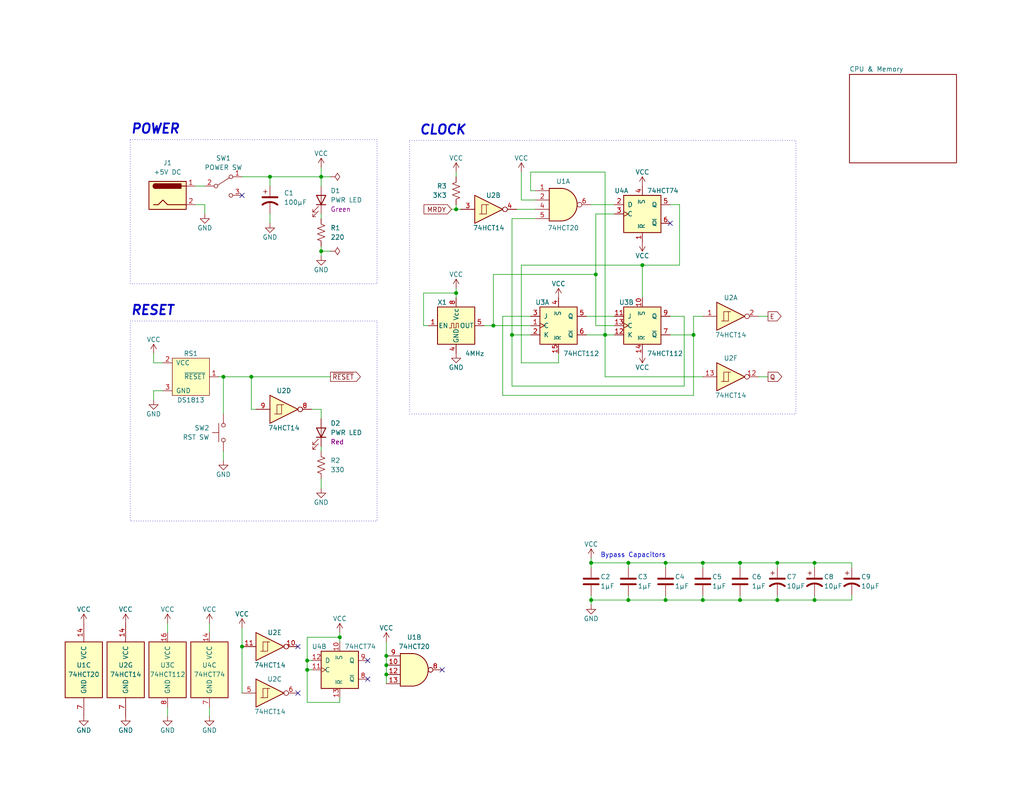
<source format=kicad_sch>
(kicad_sch (version 20230121) (generator eeschema)
  (paper "USLetter")
  (title_block (title "Power, Reset, Clock, and CPU NOP test circuit") (date "2024-01-03") (rev "1.0") (company "Frédéric Segard") (comment 1 "MicroHobbyist") (comment 2 "www.microhobbyist.com"))
  (lib_symbols
    (symbol "0_Library:DS1813" (pin_names (offset 1.016))
      (property "Reference" "RS" (at 0 2.54 0))
      (property "Value" "DS1813" (at 0 0 0))
      (symbol "DS1813_0_1"
        (rectangle (start 5.08 -1.27) (end -5.08 -11.43) (fill (type background)))
      )
      (symbol "DS1813_1_1"
        (pin output line (at 7.62 -6.35 180) (length 2.54) (name "~{RESET}") (number "1"))
        (pin input line (at -7.62 -2.54 0) (length 2.54) (name "VCC") (number "2"))
        (pin power_in line (at -7.62 -10.16 0) (length 2.54) (name "GND") (number "3"))
      )
    )
    (symbol "74xx:74HC74" (pin_names (offset 1.016))
      (property "Reference" "U" (at -7.62 8.89 0))
      (property "Value" "74HC74" (at -7.62 -8.89 0))
      (symbol "74HC74_1_0"
        (pin input line (at 0 -7.62 90) (length 2.54) (name "~{R}") (number "1"))
        (pin input line (at -7.62 2.54 0) (length 2.54) (name "D") (number "2"))
        (pin input clock (at -7.62 0 0) (length 2.54) (name "C") (number "3"))
        (pin input line (at 0 7.62 270) (length 2.54) (name "~{S}") (number "4"))
        (pin output line (at 7.62 2.54 180) (length 2.54) (name "Q") (number "5"))
        (pin output line (at 7.62 -2.54 180) (length 2.54) (name "~{Q}") (number "6"))
      )
      (symbol "74HC74_1_1"
        (rectangle (start -5.08 5.08) (end 5.08 -5.08) (stroke (width 0.254)) (fill (type background)))
      )
      (symbol "74HC74_2_0"
        (pin input line (at 0 7.62 270) (length 2.54) (name "~{S}") (number "10"))
        (pin input clock (at -7.62 0 0) (length 2.54) (name "C") (number "11"))
        (pin input line (at -7.62 2.54 0) (length 2.54) (name "D") (number "12"))
        (pin input line (at 0 -7.62 90) (length 2.54) (name "~{R}") (number "13"))
        (pin output line (at 7.62 -2.54 180) (length 2.54) (name "~{Q}") (number "8"))
        (pin output line (at 7.62 2.54 180) (length 2.54) (name "Q") (number "9"))
      )
      (symbol "74HC74_2_1"
        (rectangle (start -5.08 5.08) (end 5.08 -5.08) (stroke (width 0.254)) (fill (type background)))
      )
      (symbol "74HC74_3_0"
        (pin power_in line (at 0 10.16 270) (length 2.54) (name "VCC") (number "14"))
        (pin power_in line (at 0 -10.16 90) (length 2.54) (name "GND") (number "7"))
      )
      (symbol "74HC74_3_1"
        (rectangle (start -5.08 7.62) (end 5.08 -7.62) (stroke (width 0.254)) (fill (type background)))
      )
    )
    (symbol "74xx:74LS112" (pin_names (offset 1.016))
      (property "Reference" "U" (at -7.62 8.89 0))
      (property "Value" "74LS112" (at -7.62 -8.89 0))
      (symbol "74LS112_1_0"
        (pin input clock (at -7.62 0 0) (length 2.54) (name "C") (number "1"))
        (pin input line (at 0 -7.62 90) (length 2.54) (name "~{R}") (number "15"))
        (pin input line (at -7.62 -2.54 0) (length 2.54) (name "K") (number "2"))
        (pin input line (at -7.62 2.54 0) (length 2.54) (name "J") (number "3"))
        (pin input line (at 0 7.62 270) (length 2.54) (name "~{S}") (number "4"))
        (pin output line (at 7.62 2.54 180) (length 2.54) (name "Q") (number "5"))
        (pin output line (at 7.62 -2.54 180) (length 2.54) (name "~{Q}") (number "6"))
      )
      (symbol "74LS112_1_1"
        (rectangle (start -5.08 5.08) (end 5.08 -5.08) (stroke (width 0.254)) (fill (type background)))
      )
      (symbol "74LS112_2_0"
        (pin input line (at 0 7.62 270) (length 2.54) (name "~{S}") (number "10"))
        (pin input line (at -7.62 2.54 0) (length 2.54) (name "J") (number "11"))
        (pin input line (at -7.62 -2.54 0) (length 2.54) (name "K") (number "12"))
        (pin input clock (at -7.62 0 0) (length 2.54) (name "C") (number "13"))
        (pin input line (at 0 -7.62 90) (length 2.54) (name "~{R}") (number "14"))
        (pin output line (at 7.62 -2.54 180) (length 2.54) (name "~{Q}") (number "7"))
        (pin output line (at 7.62 2.54 180) (length 2.54) (name "Q") (number "9"))
      )
      (symbol "74LS112_2_1"
        (rectangle (start -5.08 5.08) (end 5.08 -5.08) (stroke (width 0.254)) (fill (type background)))
      )
      (symbol "74LS112_3_0"
        (pin power_in line (at 0 10.16 270) (length 2.54) (name "VCC") (number "16"))
        (pin power_in line (at 0 -10.16 90) (length 2.54) (name "GND") (number "8"))
      )
      (symbol "74LS112_3_1"
        (rectangle (start -5.08 7.62) (end 5.08 -7.62) (stroke (width 0.254)) (fill (type background)))
      )
    )
    (symbol "74xx:74LS14" (pin_names (offset 1.016))
      (property "Reference" "U" (at 0 1.27 0))
      (property "Value" "74LS14" (at 0 -1.27 0))
      (symbol "74LS14_1_0"
        (polyline (pts (xy -3.81 3.81) (xy -3.81 -3.81) (xy 3.81 0) (xy -3.81 3.81)) (stroke (width 0.254)) (fill (type background)))
        (pin input line (at -7.62 0 0) (length 3.81) (name "~") (number "1"))
        (pin output inverted (at 7.62 0 180) (length 3.81) (name "~") (number "2"))
      )
      (symbol "74LS14_1_1"
        (polyline (pts (xy -1.905 -1.27) (xy -1.905 1.27) (xy -0.635 1.27)))
        (polyline (pts (xy -2.54 -1.27) (xy -0.635 -1.27) (xy -0.635 1.27) (xy 0 1.27)))
      )
      (symbol "74LS14_2_0"
        (polyline (pts (xy -3.81 3.81) (xy -3.81 -3.81) (xy 3.81 0) (xy -3.81 3.81)) (stroke (width 0.254)) (fill (type background)))
        (pin input line (at -7.62 0 0) (length 3.81) (name "~") (number "3"))
        (pin output inverted (at 7.62 0 180) (length 3.81) (name "~") (number "4"))
      )
      (symbol "74LS14_2_1"
        (polyline (pts (xy -1.905 -1.27) (xy -1.905 1.27) (xy -0.635 1.27)))
        (polyline (pts (xy -2.54 -1.27) (xy -0.635 -1.27) (xy -0.635 1.27) (xy 0 1.27)))
      )
      (symbol "74LS14_3_0"
        (polyline (pts (xy -3.81 3.81) (xy -3.81 -3.81) (xy 3.81 0) (xy -3.81 3.81)) (stroke (width 0.254)) (fill (type background)))
        (pin input line (at -7.62 0 0) (length 3.81) (name "~") (number "5"))
        (pin output inverted (at 7.62 0 180) (length 3.81) (name "~") (number "6"))
      )
      (symbol "74LS14_3_1"
        (polyline (pts (xy -1.905 -1.27) (xy -1.905 1.27) (xy -0.635 1.27)))
        (polyline (pts (xy -2.54 -1.27) (xy -0.635 -1.27) (xy -0.635 1.27) (xy 0 1.27)))
      )
      (symbol "74LS14_4_0"
        (polyline (pts (xy -3.81 3.81) (xy -3.81 -3.81) (xy 3.81 0) (xy -3.81 3.81)) (stroke (width 0.254)) (fill (type background)))
        (pin output inverted (at 7.62 0 180) (length 3.81) (name "~") (number "8"))
        (pin input line (at -7.62 0 0) (length 3.81) (name "~") (number "9"))
      )
      (symbol "74LS14_4_1"
        (polyline (pts (xy -1.905 -1.27) (xy -1.905 1.27) (xy -0.635 1.27)))
        (polyline (pts (xy -2.54 -1.27) (xy -0.635 -1.27) (xy -0.635 1.27) (xy 0 1.27)))
      )
      (symbol "74LS14_5_0"
        (polyline (pts (xy -3.81 3.81) (xy -3.81 -3.81) (xy 3.81 0) (xy -3.81 3.81)) (stroke (width 0.254)) (fill (type background)))
        (pin output inverted (at 7.62 0 180) (length 3.81) (name "~") (number "10"))
        (pin input line (at -7.62 0 0) (length 3.81) (name "~") (number "11"))
      )
      (symbol "74LS14_5_1"
        (polyline (pts (xy -1.905 -1.27) (xy -1.905 1.27) (xy -0.635 1.27)))
        (polyline (pts (xy -2.54 -1.27) (xy -0.635 -1.27) (xy -0.635 1.27) (xy 0 1.27)))
      )
      (symbol "74LS14_6_0"
        (polyline (pts (xy -3.81 3.81) (xy -3.81 -3.81) (xy 3.81 0) (xy -3.81 3.81)) (stroke (width 0.254)) (fill (type background)))
        (pin output inverted (at 7.62 0 180) (length 3.81) (name "~") (number "12"))
        (pin input line (at -7.62 0 0) (length 3.81) (name "~") (number "13"))
      )
      (symbol "74LS14_6_1"
        (polyline (pts (xy -1.905 -1.27) (xy -1.905 1.27) (xy -0.635 1.27)))
        (polyline (pts (xy -2.54 -1.27) (xy -0.635 -1.27) (xy -0.635 1.27) (xy 0 1.27)))
      )
      (symbol "74LS14_7_0"
        (pin power_in line (at 0 12.7 270) (length 5.08) (name "VCC") (number "14"))
        (pin power_in line (at 0 -12.7 90) (length 5.08) (name "GND") (number "7"))
      )
      (symbol "74LS14_7_1"
        (rectangle (start -5.08 7.62) (end 5.08 -7.62) (stroke (width 0.254)) (fill (type background)))
      )
    )
    (symbol "74xx:74LS20" (pin_names (offset 1.016))
      (property "Reference" "U" (at 0 1.27 0))
      (property "Value" "74LS20" (at 0 -1.27 0))
      (symbol "74LS20_1_1"
        (arc (start -0.635 -4.445) (mid 3.7907 0) (end -0.635 4.445) (stroke (width 0.254)) (fill (type background)))
        (polyline (pts (xy -0.635 4.445) (xy -3.81 4.445) (xy -3.81 -4.445) (xy -0.635 -4.445)) (stroke (width 0.254)) (fill (type background)))
        (pin input line (at -7.62 3.81 0) (length 3.81) (name "~") (number "1"))
        (pin input line (at -7.62 1.27 0) (length 3.81) (name "~") (number "2"))
        (pin input line (at -7.62 -1.27 0) (length 3.81) (name "~") (number "4"))
        (pin input line (at -7.62 -3.81 0) (length 3.81) (name "~") (number "5"))
        (pin output inverted (at 7.62 0 180) (length 3.81) (name "~") (number "6"))
      )
      (symbol "74LS20_1_2"
        (arc (start -3.81 -4.445) (mid -2.5908 0) (end -3.81 4.445) (stroke (width 0.254)))
        (arc (start -0.6096 -4.445) (mid 2.2246 -2.8422) (end 3.81 0) (stroke (width 0.254)) (fill (type background)))
        (polyline (pts (xy -3.81 -4.445) (xy -0.635 -4.445)) (stroke (width 0.254)) (fill (type background)))
        (polyline (pts (xy -3.81 4.445) (xy -0.635 4.445)) (stroke (width 0.254)) (fill (type background)))
        (polyline (pts (xy -0.635 4.445) (xy -3.81 4.445) (xy -3.81 4.445) (xy -3.6322 4.0894) (xy -3.0988 2.921) (xy -2.7686 1.6764) (xy -2.6162 0.4318) (xy -2.6416 -0.8636) (xy -2.8702 -2.1082) (xy -3.2512 -3.3274) (xy -3.81 -4.445) (xy -3.81 -4.445) (xy -0.635 -4.445)) (stroke (width -25.4)) (fill (type background)))
        (arc (start 3.81 0) (mid 2.2204 2.8379) (end -0.6096 4.445) (stroke (width 0.254)) (fill (type background)))
        (pin input inverted (at -7.62 3.81 0) (length 3.81) (name "~") (number "1"))
        (pin input inverted (at -7.62 1.27 0) (length 4.826) (name "~") (number "2"))
        (pin input inverted (at -7.62 -1.27 0) (length 4.826) (name "~") (number "4"))
        (pin input inverted (at -7.62 -3.81 0) (length 3.81) (name "~") (number "5"))
        (pin output line (at 7.62 0 180) (length 3.81) (name "~") (number "6"))
      )
      (symbol "74LS20_2_1"
        (arc (start -0.635 -4.445) (mid 3.7907 0) (end -0.635 4.445) (stroke (width 0.254)) (fill (type background)))
        (polyline (pts (xy -0.635 4.445) (xy -3.81 4.445) (xy -3.81 -4.445) (xy -0.635 -4.445)) (stroke (width 0.254)) (fill (type background)))
        (pin input line (at -7.62 1.27 0) (length 3.81) (name "~") (number "10"))
        (pin input line (at -7.62 -1.27 0) (length 3.81) (name "~") (number "12"))
        (pin input line (at -7.62 -3.81 0) (length 3.81) (name "~") (number "13"))
        (pin output inverted (at 7.62 0 180) (length 3.81) (name "~") (number "8"))
        (pin input line (at -7.62 3.81 0) (length 3.81) (name "~") (number "9"))
      )
      (symbol "74LS20_2_2"
        (arc (start -3.81 -4.445) (mid -2.5908 0) (end -3.81 4.445) (stroke (width 0.254)))
        (arc (start -0.6096 -4.445) (mid 2.2246 -2.8422) (end 3.81 0) (stroke (width 0.254)) (fill (type background)))
        (polyline (pts (xy -3.81 -4.445) (xy -0.635 -4.445)) (stroke (width 0.254)) (fill (type background)))
        (polyline (pts (xy -3.81 4.445) (xy -0.635 4.445)) (stroke (width 0.254)) (fill (type background)))
        (polyline (pts (xy -0.635 4.445) (xy -3.81 4.445) (xy -3.81 4.445) (xy -3.6322 4.0894) (xy -3.0988 2.921) (xy -2.7686 1.6764) (xy -2.6162 0.4318) (xy -2.6416 -0.8636) (xy -2.8702 -2.1082) (xy -3.2512 -3.3274) (xy -3.81 -4.445) (xy -3.81 -4.445) (xy -0.635 -4.445)) (stroke (width -25.4)) (fill (type background)))
        (arc (start 3.81 0) (mid 2.2204 2.8379) (end -0.6096 4.445) (stroke (width 0.254)) (fill (type background)))
        (pin input inverted (at -7.62 1.27 0) (length 4.826) (name "~") (number "10"))
        (pin input inverted (at -7.62 -1.27 0) (length 4.826) (name "~") (number "12"))
        (pin input inverted (at -7.62 -3.81 0) (length 3.81) (name "~") (number "13"))
        (pin output line (at 7.62 0 180) (length 3.81) (name "~") (number "8"))
        (pin input inverted (at -7.62 3.81 0) (length 3.81) (name "~") (number "9"))
      )
      (symbol "74LS20_3_0"
        (pin power_in line (at 0 12.7 270) (length 5.08) (name "VCC") (number "14"))
        (pin power_in line (at 0 -12.7 90) (length 5.08) (name "GND") (number "7"))
      )
      (symbol "74LS20_3_1"
        (rectangle (start -5.08 7.62) (end 5.08 -7.62) (stroke (width 0.254)) (fill (type background)))
      )
    )
    (symbol "Connector:Barrel_Jack" (pin_names (offset 1.016))
      (property "Reference" "J" (at 0 5.334 0))
      (property "Value" "Barrel_Jack" (at 0 -5.08 0))
      (symbol "Barrel_Jack_0_1"
        (rectangle (start -5.08 3.81) (end 5.08 -3.81) (stroke (width 0.254)) (fill (type background)))
        (arc (start -3.302 3.175) (mid -3.9343 2.54) (end -3.302 1.905) (stroke (width 0.254)))
        (arc (start -3.302 3.175) (mid -3.9343 2.54) (end -3.302 1.905) (stroke (width 0.254)) (fill (type outline)))
        (polyline (pts (xy 5.08 2.54) (xy 3.81 2.54)) (stroke (width 0.254)))
        (polyline (pts (xy -3.81 -2.54) (xy -2.54 -2.54) (xy -1.27 -1.27) (xy 0 -2.54) (xy 2.54 -2.54) (xy 5.08 -2.54)) (stroke (width 0.254)))
        (rectangle (start 3.683 3.175) (end -3.302 1.905) (stroke (width 0.254)) (fill (type outline)))
      )
      (symbol "Barrel_Jack_1_1"
        (pin passive line (at 7.62 2.54 180) (length 2.54) (name "~") (number "1"))
        (pin passive line (at 7.62 -2.54 180) (length 2.54) (name "~") (number "2"))
      )
    )
    (symbol "Device:C" (pin_numbers hide) (pin_names (offset 0.254))
      (property "Reference" "C" (at 0.635 2.54 0))
      (property "Value" "C" (at 0.635 -2.54 0))
      (symbol "C_0_1"
        (polyline (pts (xy -2.032 -0.762) (xy 2.032 -0.762)) (stroke (width 0.508)))
        (polyline (pts (xy -2.032 0.762) (xy 2.032 0.762)) (stroke (width 0.508)))
      )
      (symbol "C_1_1"
        (pin passive line (at 0 3.81 270) (length 2.794) (name "~") (number "1"))
        (pin passive line (at 0 -3.81 90) (length 2.794) (name "~") (number "2"))
      )
    )
    (symbol "Device:C_Polarized_US" (pin_numbers hide) (pin_names (offset 0.254) hide)
      (property "Reference" "C" (at 0.635 2.54 0))
      (property "Value" "C_Polarized_US" (at 0.635 -2.54 0))
      (symbol "C_Polarized_US_0_1"
        (polyline (pts (xy -2.032 0.762) (xy 2.032 0.762)) (stroke (width 0.508)))
        (polyline (pts (xy -1.778 2.286) (xy -0.762 2.286)))
        (polyline (pts (xy -1.27 1.778) (xy -1.27 2.794)))
        (arc (start 2.032 -1.27) (mid 0 -0.5572) (end -2.032 -1.27) (stroke (width 0.508)))
      )
      (symbol "C_Polarized_US_1_1"
        (pin passive line (at 0 3.81 270) (length 2.794) (name "~") (number "1"))
        (pin passive line (at 0 -3.81 90) (length 3.302) (name "~") (number "2"))
      )
    )
    (symbol "Device:LED" (pin_numbers hide) (pin_names (offset 1.016) hide)
      (property "Reference" "D" (at 0 2.54 0))
      (property "Value" "LED" (at 0 -2.54 0))
      (symbol "LED_0_1"
        (polyline (pts (xy -1.27 -1.27) (xy -1.27 1.27)) (stroke (width 0.254)))
        (polyline (pts (xy -1.27 0) (xy 1.27 0)))
        (polyline (pts (xy 1.27 -1.27) (xy 1.27 1.27) (xy -1.27 0) (xy 1.27 -1.27)) (stroke (width 0.254)))
        (polyline (pts (xy -3.048 -0.762) (xy -4.572 -2.286) (xy -3.81 -2.286) (xy -4.572 -2.286) (xy -4.572 -1.524)))
        (polyline (pts (xy -1.778 -0.762) (xy -3.302 -2.286) (xy -2.54 -2.286) (xy -3.302 -2.286) (xy -3.302 -1.524)))
      )
      (symbol "LED_1_1"
        (pin passive line (at -3.81 0 0) (length 2.54) (name "K") (number "1"))
        (pin passive line (at 3.81 0 180) (length 2.54) (name "A") (number "2"))
      )
    )
    (symbol "Device:R_US" (pin_numbers hide) (pin_names (offset 0))
      (property "Reference" "R" (at 2.54 0 90))
      (property "Value" "R_US" (at -2.54 0 90))
      (symbol "R_US_0_1"
        (polyline (pts (xy 0 -2.286) (xy 0 -2.54)))
        (polyline (pts (xy 0 2.286) (xy 0 2.54)))
        (polyline (pts (xy 0 -0.762) (xy 1.016 -1.143) (xy 0 -1.524) (xy -1.016 -1.905) (xy 0 -2.286)))
        (polyline (pts (xy 0 0.762) (xy 1.016 0.381) (xy 0 0) (xy -1.016 -0.381) (xy 0 -0.762)))
        (polyline (pts (xy 0 2.286) (xy 1.016 1.905) (xy 0 1.524) (xy -1.016 1.143) (xy 0 0.762)))
      )
      (symbol "R_US_1_1"
        (pin passive line (at 0 3.81 270) (length 1.27) (name "~") (number "1"))
        (pin passive line (at 0 -3.81 90) (length 1.27) (name "~") (number "2"))
      )
    )
    (symbol "Oscillator:CXO_DIP8" (pin_names (offset 0.254))
      (property "Reference" "X" (at -5.08 6.35 0))
      (property "Value" "CXO_DIP8" (at 1.27 -6.35 0))
      (symbol "CXO_DIP8_0_1"
        (rectangle (start -5.08 5.08) (end 5.08 -5.08) (stroke (width 0.254)) (fill (type background)))
        (polyline (pts (xy -1.905 -0.635) (xy -1.27 -0.635) (xy -1.27 0.635) (xy -0.635 0.635) (xy -0.635 -0.635) (xy 0 -0.635) (xy 0 0.635) (xy 0.635 0.635) (xy 0.635 -0.635)))
      )
      (symbol "CXO_DIP8_1_1"
        (pin input line (at -7.62 0 0) (length 2.54) (name "EN") (number "1"))
        (pin power_in line (at 0 -7.62 90) (length 2.54) (name "GND") (number "4"))
        (pin output line (at 7.62 0 180) (length 2.54) (name "OUT") (number "5"))
        (pin power_in line (at 0 7.62 270) (length 2.54) (name "Vcc") (number "8"))
      )
    )
    (symbol "Switch:SW_Push" (pin_numbers hide) (pin_names (offset 1.016) hide)
      (property "Reference" "SW" (at 1.27 2.54 0))
      (property "Value" "SW_Push" (at 0 -1.524 0))
      (symbol "SW_Push_0_1"
        (circle (center -2.032 0) (radius 0.508))
        (polyline (pts (xy 0 1.27) (xy 0 3.048)))
        (polyline (pts (xy 2.54 1.27) (xy -2.54 1.27)))
        (circle (center 2.032 0) (radius 0.508))
        (pin passive line (at -5.08 0 0) (length 2.54) (name "1") (number "1"))
        (pin passive line (at 5.08 0 180) (length 2.54) (name "2") (number "2"))
      )
    )
    (symbol "Switch:SW_SPDT" (pin_names (offset 0) hide)
      (property "Reference" "SW" (at 0 4.318 0))
      (property "Value" "SW_SPDT" (at 0 -5.08 0))
      (symbol "SW_SPDT_0_0"
        (circle (center -2.032 0) (radius 0.508))
        (circle (center 2.032 -2.54) (radius 0.508))
      )
      (symbol "SW_SPDT_0_1"
        (polyline (pts (xy -1.524 0.254) (xy 1.651 2.286)))
        (circle (center 2.032 2.54) (radius 0.508))
      )
      (symbol "SW_SPDT_1_1"
        (pin passive line (at 5.08 2.54 180) (length 2.54) (name "A") (number "1"))
        (pin passive line (at -5.08 0 0) (length 2.54) (name "B") (number "2"))
        (pin passive line (at 5.08 -2.54 180) (length 2.54) (name "C") (number "3"))
      )
    )
    (symbol "power:GND" (power) (pin_names (offset 0))
      (property "Value" "GND" (at 0 -3.81 0))
      (symbol "GND_0_1"
        (polyline (pts (xy 0 0) (xy 0 -1.27) (xy 1.27 -1.27) (xy 0 -2.54) (xy -1.27 -1.27) (xy 0 -1.27)))
      )
      (symbol "GND_1_1"
        (pin power_in line (at 0 0 270) (length 0) hide (name "GND") (number "1"))
      )
    )
    (symbol "power:PWR_FLAG" (power) (pin_numbers hide) (pin_names (offset 0) hide)
      (property "Value" "PWR_FLAG" (at 0 3.81 0))
      (symbol "PWR_FLAG_0_0"
        (pin power_out line (at 0 0 90) (length 0) (name "pwr") (number "1"))
      )
      (symbol "PWR_FLAG_0_1"
        (polyline (pts (xy 0 0) (xy 0 1.27) (xy -1.016 1.905) (xy 0 2.54) (xy 1.016 1.905) (xy 0 1.27)))
      )
    )
    (symbol "power:VCC" (power) (pin_names (offset 0))
      (property "Value" "VCC" (at 0 3.81 0))
      (symbol "VCC_0_1"
        (polyline (pts (xy -0.762 1.27) (xy 0 2.54)))
        (polyline (pts (xy 0 0) (xy 0 2.54)))
        (polyline (pts (xy 0 2.54) (xy 0.762 1.27)))
      )
      (symbol "VCC_1_1"
        (pin power_in line (at 0 0 90) (length 0) hide (name "VCC") (number "1"))
      )
    )
  )
  (junction (at 181.61 153.67))
  (junction (at 139.7 91.44))
  (junction (at 222.25 153.67))
  (junction (at 201.93 163.83))
  (junction (at 60.96 102.87))
  (junction (at 175.26 72.39))
  (junction (at 165.1 91.44))
  (junction (at 181.61 163.83))
  (junction (at 201.93 153.67))
  (junction (at 162.56 74.93))
  (junction (at 87.63 48.26))
  (junction (at 189.23 91.44))
  (junction (at 66.04 176.53))
  (junction (at 105.41 184.15))
  (junction (at 171.45 163.83))
  (junction (at 161.29 163.83))
  (junction (at 68.58 102.87))
  (junction (at 92.71 173.99))
  (junction (at 87.63 68.58))
  (junction (at 124.46 80.01))
  (junction (at 105.41 181.61))
  (junction (at 134.62 88.9))
  (junction (at 212.09 153.67))
  (junction (at 161.29 153.67))
  (junction (at 83.82 182.88))
  (junction (at 73.66 48.26))
  (junction (at 191.77 163.83))
  (junction (at 212.09 163.83))
  (junction (at 191.77 153.67))
  (junction (at 222.25 163.83))
  (junction (at 83.82 180.34))
  (junction (at 105.41 179.07))
  (junction (at 171.45 153.67))
  (junction (at 124.46 57.15))
  (no_connect (at 81.28 176.53))
  (no_connect (at 81.28 189.23))
  (no_connect (at 100.33 185.42))
  (no_connect (at 120.65 182.88))
  (no_connect (at 66.04 53.34))
  (no_connect (at 100.33 180.34))
  (no_connect (at 182.88 60.96))
  (wire (pts (xy 232.41 162.56) (xy 232.41 163.83)))
  (wire (pts (xy 66.04 171.45) (xy 66.04 176.53)))
  (wire (pts (xy 212.09 163.83) (xy 222.25 163.83)))
  (wire (pts (xy 45.72 193.04) (xy 45.72 195.58)))
  (wire (pts (xy 87.63 68.58) (xy 90.17 68.58)))
  (wire (pts (xy 207.01 102.87) (xy 209.55 102.87)))
  (wire (pts (xy 137.16 86.36) (xy 137.16 107.95)))
  (wire (pts (xy 87.63 48.26) (xy 73.66 48.26)))
  (wire (pts (xy 87.63 58.42) (xy 87.63 59.69)))
  (wire (pts (xy 92.71 191.77) (xy 83.82 191.77)))
  (wire (pts (xy 186.69 86.36) (xy 186.69 105.41)))
  (wire (pts (xy 182.88 86.36) (xy 186.69 86.36)))
  (wire (pts (xy 171.45 153.67) (xy 181.61 153.67)))
  (wire (pts (xy 87.63 48.26) (xy 87.63 50.8)))
  (wire (pts (xy 165.1 91.44) (xy 165.1 46.99)))
  (wire (pts (xy 161.29 55.88) (xy 167.64 55.88)))
  (wire (pts (xy 124.46 78.74) (xy 124.46 80.01)))
  (wire (pts (xy 161.29 163.83) (xy 171.45 163.83)))
  (wire (pts (xy 144.78 52.07) (xy 146.05 52.07)))
  (wire (pts (xy 87.63 130.81) (xy 87.63 133.35)))
  (wire (pts (xy 189.23 91.44) (xy 182.88 91.44)))
  (wire (pts (xy 186.69 105.41) (xy 139.7 105.41)))
  (wire (pts (xy 207.01 86.36) (xy 209.55 86.36)))
  (wire (pts (xy 201.93 153.67) (xy 201.93 154.94)))
  (wire (pts (xy 45.72 170.18) (xy 45.72 172.72)))
  (wire (pts (xy 142.24 99.06) (xy 142.24 72.39)))
  (wire (pts (xy 68.58 102.87) (xy 68.58 111.76)))
  (wire (pts (xy 44.45 99.06) (xy 41.91 99.06)))
  (wire (pts (xy 167.64 88.9) (xy 162.56 88.9)))
  (wire (pts (xy 191.77 153.67) (xy 201.93 153.67)))
  (wire (pts (xy 152.4 96.52) (xy 152.4 99.06)))
  (wire (pts (xy 105.41 179.07) (xy 105.41 181.61)))
  (wire (pts (xy 185.42 55.88) (xy 182.88 55.88)))
  (wire (pts (xy 83.82 173.99) (xy 92.71 173.99)))
  (wire (pts (xy 57.15 170.18) (xy 57.15 172.72)))
  (wire (pts (xy 134.62 88.9) (xy 144.78 88.9)))
  (wire (pts (xy 139.7 91.44) (xy 139.7 59.69)))
  (wire (pts (xy 83.82 180.34) (xy 85.09 180.34)))
  (wire (pts (xy 144.78 46.99) (xy 144.78 52.07)))
  (wire (pts (xy 232.41 153.67) (xy 232.41 154.94)))
  (wire (pts (xy 57.15 193.04) (xy 57.15 195.58)))
  (wire (pts (xy 142.24 72.39) (xy 175.26 72.39)))
  (wire (pts (xy 85.09 111.76) (xy 87.63 111.76)))
  (wire (pts (xy 87.63 45.72) (xy 87.63 48.26)))
  (wire (pts (xy 53.34 55.88) (xy 55.88 55.88)))
  (wire (pts (xy 181.61 153.67) (xy 181.61 154.94)))
  (wire (pts (xy 161.29 163.83) (xy 161.29 165.1)))
  (wire (pts (xy 60.96 102.87) (xy 60.96 113.03)))
  (wire (pts (xy 212.09 163.83) (xy 201.93 163.83)))
  (wire (pts (xy 162.56 58.42) (xy 162.56 74.93)))
  (wire (pts (xy 139.7 59.69) (xy 146.05 59.69)))
  (wire (pts (xy 124.46 57.15) (xy 125.73 57.15)))
  (wire (pts (xy 144.78 86.36) (xy 137.16 86.36)))
  (wire (pts (xy 161.29 162.56) (xy 161.29 163.83)))
  (wire (pts (xy 124.46 55.88) (xy 124.46 57.15)))
  (wire (pts (xy 162.56 58.42) (xy 167.64 58.42)))
  (wire (pts (xy 191.77 153.67) (xy 191.77 154.94)))
  (wire (pts (xy 83.82 191.77) (xy 83.82 182.88)))
  (wire (pts (xy 41.91 99.06) (xy 41.91 96.52)))
  (wire (pts (xy 105.41 175.26) (xy 105.41 179.07)))
  (wire (pts (xy 142.24 46.99) (xy 142.24 54.61)))
  (wire (pts (xy 222.25 153.67) (xy 222.25 154.94)))
  (wire (pts (xy 222.25 153.67) (xy 232.41 153.67)))
  (wire (pts (xy 123.19 57.15) (xy 124.46 57.15)))
  (wire (pts (xy 87.63 111.76) (xy 87.63 114.3)))
  (wire (pts (xy 73.66 58.42) (xy 73.66 60.96)))
  (wire (pts (xy 92.71 173.99) (xy 92.71 172.72)))
  (wire (pts (xy 161.29 153.67) (xy 171.45 153.67)))
  (wire (pts (xy 171.45 162.56) (xy 171.45 163.83)))
  (wire (pts (xy 105.41 181.61) (xy 105.41 184.15)))
  (wire (pts (xy 212.09 154.94) (xy 212.09 153.67)))
  (wire (pts (xy 87.63 68.58) (xy 87.63 69.85)))
  (wire (pts (xy 181.61 163.83) (xy 191.77 163.83)))
  (wire (pts (xy 171.45 153.67) (xy 171.45 154.94)))
  (wire (pts (xy 137.16 107.95) (xy 189.23 107.95)))
  (wire (pts (xy 60.96 102.87) (xy 59.69 102.87)))
  (wire (pts (xy 134.62 74.93) (xy 162.56 74.93)))
  (wire (pts (xy 171.45 163.83) (xy 181.61 163.83)))
  (wire (pts (xy 189.23 107.95) (xy 189.23 91.44)))
  (wire (pts (xy 92.71 190.5) (xy 92.71 191.77)))
  (wire (pts (xy 140.97 57.15) (xy 146.05 57.15)))
  (wire (pts (xy 66.04 176.53) (xy 66.04 189.23)))
  (wire (pts (xy 162.56 88.9) (xy 162.56 74.93)))
  (wire (pts (xy 181.61 162.56) (xy 181.61 163.83)))
  (wire (pts (xy 165.1 102.87) (xy 165.1 91.44)))
  (wire (pts (xy 189.23 86.36) (xy 191.77 86.36)))
  (wire (pts (xy 160.02 86.36) (xy 167.64 86.36)))
  (wire (pts (xy 60.96 102.87) (xy 68.58 102.87)))
  (wire (pts (xy 165.1 46.99) (xy 144.78 46.99)))
  (wire (pts (xy 191.77 102.87) (xy 165.1 102.87)))
  (wire (pts (xy 146.05 54.61) (xy 142.24 54.61)))
  (wire (pts (xy 152.4 99.06) (xy 142.24 99.06)))
  (wire (pts (xy 175.26 72.39) (xy 185.42 72.39)))
  (wire (pts (xy 160.02 91.44) (xy 165.1 91.44)))
  (wire (pts (xy 124.46 80.01) (xy 124.46 81.28)))
  (wire (pts (xy 115.57 88.9) (xy 115.57 80.01)))
  (wire (pts (xy 139.7 91.44) (xy 144.78 91.44)))
  (wire (pts (xy 69.85 111.76) (xy 68.58 111.76)))
  (wire (pts (xy 60.96 123.19) (xy 60.96 125.73)))
  (wire (pts (xy 134.62 74.93) (xy 134.62 88.9)))
  (wire (pts (xy 115.57 80.01) (xy 124.46 80.01)))
  (wire (pts (xy 181.61 153.67) (xy 191.77 153.67)))
  (wire (pts (xy 175.26 72.39) (xy 175.26 81.28)))
  (wire (pts (xy 212.09 153.67) (xy 222.25 153.67)))
  (wire (pts (xy 185.42 72.39) (xy 185.42 55.88)))
  (wire (pts (xy 212.09 162.56) (xy 212.09 163.83)))
  (wire (pts (xy 191.77 163.83) (xy 201.93 163.83)))
  (wire (pts (xy 92.71 173.99) (xy 92.71 175.26)))
  (wire (pts (xy 87.63 67.31) (xy 87.63 68.58)))
  (wire (pts (xy 212.09 153.67) (xy 201.93 153.67)))
  (wire (pts (xy 87.63 121.92) (xy 87.63 123.19)))
  (wire (pts (xy 116.84 88.9) (xy 115.57 88.9)))
  (wire (pts (xy 87.63 48.26) (xy 90.17 48.26)))
  (wire (pts (xy 68.58 102.87) (xy 90.17 102.87)))
  (wire (pts (xy 124.46 46.99) (xy 124.46 48.26)))
  (wire (pts (xy 222.25 162.56) (xy 222.25 163.83)))
  (wire (pts (xy 44.45 106.68) (xy 41.91 106.68)))
  (wire (pts (xy 83.82 182.88) (xy 85.09 182.88)))
  (wire (pts (xy 139.7 105.41) (xy 139.7 91.44)))
  (wire (pts (xy 161.29 153.67) (xy 161.29 154.94)))
  (wire (pts (xy 83.82 180.34) (xy 83.82 173.99)))
  (wire (pts (xy 41.91 106.68) (xy 41.91 109.22)))
  (wire (pts (xy 105.41 184.15) (xy 105.41 186.69)))
  (wire (pts (xy 83.82 182.88) (xy 83.82 180.34)))
  (wire (pts (xy 66.04 48.26) (xy 73.66 48.26)))
  (wire (pts (xy 55.88 55.88) (xy 55.88 58.42)))
  (wire (pts (xy 189.23 86.36) (xy 189.23 91.44)))
  (wire (pts (xy 191.77 162.56) (xy 191.77 163.83)))
  (wire (pts (xy 53.34 50.8) (xy 55.88 50.8)))
  (wire (pts (xy 161.29 152.4) (xy 161.29 153.67)))
  (wire (pts (xy 73.66 48.26) (xy 73.66 50.8)))
  (wire (pts (xy 132.08 88.9) (xy 134.62 88.9)))
  (wire (pts (xy 165.1 91.44) (xy 167.64 91.44)))
  (wire (pts (xy 222.25 163.83) (xy 232.41 163.83)))
  (wire (pts (xy 201.93 162.56) (xy 201.93 163.83)))
  (rectangle (start 35.56 38.1) (end 102.87 77.47) (stroke (width 0) (type dot)))
  (rectangle (start 111.76 38.354) (end 217.17 113.03) (stroke (width 0) (type dot)))
  (rectangle (start 35.56 87.63) (end 102.87 142.24) (stroke (width 0) (type dot)))
  (text "RESET" (at 35.56 86.36 0) (effects (font (size 2.54 2.54) (thickness 0.508) bold italic) (justify left bottom)))
  (text "Bypass Capacitors" (at 163.83 152.4 0) (effects (font (size 1.27 1.27)) (justify left bottom)))
  (text "CLOCK" (at 114.3 37.084 0) (effects (font (size 2.54 2.54) (thickness 0.508) bold italic) (justify left bottom)))
  (text "POWER" (at 35.56 36.83 0) (effects (font (size 2.54 2.54) (thickness 0.508) bold italic) (justify left bottom)))
  (global_label "MRDY" (shape input) (at 123.19 57.15 180) (property "Intersheetrefs" "${INTERSHEET_REFS}" (effects hide)))
  (global_label "~{RESET}" (shape output) (at 90.17 102.87 0) (property "Intersheetrefs" "${INTERSHEET_REFS}" (effects hide)))
  (global_label "E" (shape output) (at 209.55 86.36 0) (property "Intersheetrefs" "${INTERSHEET_REFS}" (effects hide)))
  (global_label "Q" (shape output) (at 209.55 102.87 0) (property "Intersheetrefs" "${INTERSHEET_REFS}" (effects hide)))
  (symbol (lib_id "Device:R_US") (at 87.63 127 0) (unit 1)
    (property "Reference" "R2" (at 90.17 125.73 0) (effects (justify left)))
    (property "Value" "330" (at 90.17 128.27 0) (effects (justify left)))
  )
  (symbol (lib_id "Device:C") (at 161.29 158.75 0) (unit 1)
    (property "Reference" "C2" (at 163.83 157.48 0) (effects (justify left)))
    (property "Value" "1µF" (at 163.83 160.02 0) (effects (justify left)))
  )
  (symbol (lib_id "power:GND") (at 45.72 195.58 0) (mirror y) (unit 1)
    (property "Reference" "#PWR08" (effects hide))
    (property "Value" "GND" (at 45.72 199.39 0))
  )
  (symbol (lib_id "power:PWR_FLAG") (at 90.17 68.58 270) (unit 1)
    (property "Reference" "#FLG02" (effects hide))
    (property "Value" "PWR_FLAG" (effects hide))
  )
  (symbol (lib_id "74xx:74LS14") (at 77.47 111.76 0) (unit 4)
    (property "Reference" "U2" (at 77.47 106.68 0))
    (property "Value" "74HCT14" (at 77.47 116.84 0))
    (property "Datasheet" "http://www.ti.com/lit/gpn/sn74LS14" (effects hide))
  )
  (symbol (lib_id "74xx:74LS14") (at 34.29 182.88 0) (mirror y) (unit 7)
    (property "Reference" "U2" (at 34.29 181.61 0))
    (property "Value" "74HCT14" (at 34.29 184.15 0))
    (property "Datasheet" "http://www.ti.com/lit/gpn/sn74LS14" (effects hide))
  )
  (symbol (lib_id "power:VCC") (at 105.41 175.26 0) (unit 1)
    (property "Reference" "#PWR019" (effects hide))
    (property "Value" "VCC" (at 105.41 171.45 0))
  )
  (symbol (lib_id "74xx:74HC74") (at 175.26 58.42 0) (unit 1)
    (property "Reference" "U4" (at 167.64 52.07 0) (effects (justify left)))
    (property "Value" "74HCT74" (at 176.53 52.07 0) (effects (justify left)))
    (property "Datasheet" "74xx/74hc_hct74.pdf" (effects hide))
  )
  (symbol (lib_id "power:GND") (at 34.29 195.58 0) (mirror y) (unit 1)
    (property "Reference" "#PWR04" (effects hide))
    (property "Value" "GND" (at 34.29 199.39 0))
  )
  (symbol (lib_id "power:VCC") (at 175.26 96.52 180) (unit 1)
    (property "Reference" "#PWR029" (effects hide))
    (property "Value" "VCC" (at 175.26 100.33 0))
  )
  (symbol (lib_id "power:GND") (at 87.63 69.85 0) (unit 1)
    (property "Reference" "#PWR016" (effects hide))
    (property "Value" "GND" (at 87.63 73.66 0))
  )
  (symbol (lib_id "74xx:74LS14") (at 199.39 102.87 0) (unit 6)
    (property "Reference" "U2" (at 199.39 97.79 0))
    (property "Value" "74HCT14" (at 199.39 107.95 0))
    (property "Datasheet" "http://www.ti.com/lit/gpn/sn74LS14" (effects hide))
  )
  (symbol (lib_id "Device:C_Polarized_US") (at 73.66 54.61 0) (unit 1)
    (property "Reference" "C1" (at 77.47 52.705 0) (effects (justify left)))
    (property "Value" "100µF" (at 77.47 55.245 0) (effects (justify left)))
  )
  (symbol (lib_id "74xx:74HC74") (at 57.15 182.88 0) (mirror y) (unit 3)
    (property "Reference" "U4" (at 57.15 181.61 0))
    (property "Value" "74HCT74" (at 57.15 184.15 0))
    (property "Datasheet" "74xx/74hc_hct74.pdf" (effects hide))
  )
  (symbol (lib_id "Device:C") (at 201.93 158.75 0) (unit 1)
    (property "Reference" "C6" (at 205.105 157.48 0) (effects (justify left)))
    (property "Value" "1µF" (at 205.105 160.02 0) (effects (justify left)))
  )
  (symbol (lib_id "74xx:74LS20") (at 153.67 55.88 0) (unit 1)
    (property "Reference" "U1" (at 153.67 49.53 0))
    (property "Value" "74HCT20" (at 153.67 62.23 0))
    (property "Datasheet" "http://www.ti.com/lit/gpn/sn74LS20" (effects hide))
  )
  (symbol (lib_id "power:VCC") (at 34.29 170.18 0) (mirror y) (unit 1)
    (property "Reference" "#PWR03" (effects hide))
    (property "Value" "VCC" (at 34.29 166.37 0))
  )
  (symbol (lib_id "power:VCC") (at 87.63 45.72 0) (unit 1)
    (property "Reference" "#PWR015" (effects hide))
    (property "Value" "VCC" (at 87.63 41.91 0))
  )
  (symbol (lib_id "Switch:SW_Push") (at 60.96 118.11 90) (mirror x) (unit 1)
    (property "Reference" "SW2" (at 57.15 116.84 90) (effects (justify left)))
    (property "Value" "RST SW" (at 57.15 119.38 90) (effects (justify left)))
  )
  (symbol (lib_id "74xx:74LS112") (at 45.72 182.88 0) (mirror y) (unit 3)
    (property "Reference" "U3" (at 45.72 181.61 0))
    (property "Value" "74HCT112" (at 45.72 184.15 0))
    (property "Datasheet" "http://www.ti.com/lit/gpn/sn74LS112" (effects hide))
  )
  (symbol (lib_id "Device:LED") (at 87.63 54.61 270) (mirror x) (unit 1)
    (property "Reference" "D1" (at 90.17 52.07 90) (effects (justify left)))
    (property "Value" "PWR LED" (at 90.17 54.61 90) (effects (justify left)))
    (property "Color" "Green" (at 90.17 57.15 90) (effects (justify left)))
  )
  (symbol (lib_id "Connector:Barrel_Jack") (at 45.72 53.34 0) (unit 1)
    (property "Reference" "J1" (at 45.72 44.45 0))
    (property "Value" "+5V DC" (at 45.72 46.99 0))
  )
  (symbol (lib_id "Device:C_Polarized_US") (at 222.25 158.75 0) (unit 1)
    (property "Reference" "C8" (at 224.79 157.48 0) (effects (justify left)))
    (property "Value" "10µF" (at 224.79 160.02 0) (effects (justify left)))
  )
  (symbol (lib_id "power:VCC") (at 152.4 81.28 0) (unit 1)
    (property "Reference" "#PWR024" (effects hide))
    (property "Value" "VCC" (at 152.4 77.47 0))
  )
  (symbol (lib_id "Device:C_Polarized_US") (at 232.41 158.75 0) (unit 1)
    (property "Reference" "C9" (at 234.95 157.48 0) (effects (justify left)))
    (property "Value" "10µF" (at 234.95 160.02 0) (effects (justify left)))
  )
  (symbol (lib_id "74xx:74LS14") (at 73.66 176.53 0) (unit 5)
    (property "Reference" "U2" (at 74.93 172.72 0))
    (property "Value" "74HCT14" (at 73.66 181.61 0))
    (property "Datasheet" "http://www.ti.com/lit/gpn/sn74LS14" (effects hide))
  )
  (symbol (lib_id "Oscillator:CXO_DIP8") (at 124.46 88.9 0) (unit 1)
    (property "Reference" "X1" (at 120.65 82.55 0))
    (property "Value" "4MHz" (at 129.54 96.52 0))
    (property "Footprint" "Oscillator:Oscillator_DIP-8" (effects hide))
    (property "Datasheet" "http://cdn-reichelt.de/documents/datenblatt/B400/OSZI.pdf" (effects hide))
  )
  (symbol (lib_id "74xx:74LS112") (at 175.26 88.9 0) (unit 2)
    (property "Reference" "U3" (at 168.91 82.55 0) (effects (justify left)))
    (property "Value" "74HCT112" (at 176.53 96.52 0) (effects (justify left)))
    (property "Datasheet" "http://www.ti.com/lit/gpn/sn74LS112" (effects hide))
  )
  (symbol (lib_id "power:VCC") (at 41.91 96.52 0) (unit 1)
    (property "Reference" "#PWR05" (effects hide))
    (property "Value" "VCC" (at 41.91 92.71 0))
  )
  (symbol (lib_id "74xx:74LS20") (at 22.86 182.88 0) (unit 3)
    (property "Reference" "U1" (at 22.86 181.61 0))
    (property "Value" "74HCT20" (at 22.86 184.15 0))
    (property "Datasheet" "http://www.ti.com/lit/gpn/sn74LS20" (effects hide))
  )
  (symbol (lib_id "74xx:74LS20") (at 113.03 182.88 0) (unit 2)
    (property "Reference" "U1" (at 113.0203 173.99 0))
    (property "Value" "74HCT20" (at 113.0203 176.53 0))
    (property "Datasheet" "http://www.ti.com/lit/gpn/sn74LS20" (effects hide))
  )
  (symbol (lib_id "power:GND") (at 87.63 133.35 0) (unit 1)
    (property "Reference" "#PWR017" (effects hide))
    (property "Value" "GND" (at 87.63 137.16 0))
  )
  (symbol (lib_id "power:GND") (at 41.91 109.22 0) (unit 1)
    (property "Reference" "#PWR06" (effects hide))
    (property "Value" "GND" (at 41.91 113.03 0))
  )
  (symbol (lib_id "power:VCC") (at 161.29 152.4 0) (unit 1)
    (property "Reference" "#PWR025" (effects hide))
    (property "Value" "VCC" (at 161.29 148.59 0))
  )
  (symbol (lib_id "power:VCC") (at 175.26 50.8 0) (unit 1)
    (property "Reference" "#PWR027" (effects hide))
    (property "Value" "VCC" (at 175.26 46.99 0))
  )
  (symbol (lib_id "74xx:74LS14") (at 199.39 86.36 0) (unit 1)
    (property "Reference" "U2" (at 199.39 81.28 0))
    (property "Value" "74HCT14" (at 199.39 91.44 0))
    (property "Datasheet" "http://www.ti.com/lit/gpn/sn74LS14" (effects hide))
  )
  (symbol (lib_id "Device:C") (at 191.77 158.75 0) (unit 1)
    (property "Reference" "C5" (at 194.31 157.48 0) (effects (justify left)))
    (property "Value" "1µF" (at 194.31 160.02 0) (effects (justify left)))
  )
  (symbol (lib_id "power:GND") (at 22.86 195.58 0) (mirror y) (unit 1)
    (property "Reference" "#PWR02" (effects hide))
    (property "Value" "GND" (at 22.86 199.39 0))
  )
  (symbol (lib_id "power:GND") (at 73.66 60.96 0) (unit 1)
    (property "Reference" "#PWR014" (effects hide))
    (property "Value" "GND" (at 73.66 64.77 0))
  )
  (symbol (lib_id "power:VCC") (at 92.71 172.72 0) (unit 1)
    (property "Reference" "#PWR018" (effects hide))
    (property "Value" "VCC" (at 92.71 168.91 0))
  )
  (symbol (lib_id "power:VCC") (at 57.15 170.18 0) (mirror y) (unit 1)
    (property "Reference" "#PWR010" (effects hide))
    (property "Value" "VCC" (at 57.15 166.37 0))
  )
  (symbol (lib_id "74xx:74LS14") (at 73.66 189.23 0) (unit 3)
    (property "Reference" "U2" (at 74.93 185.42 0))
    (property "Value" "74HCT14" (at 73.66 194.31 0))
    (property "Datasheet" "http://www.ti.com/lit/gpn/sn74LS14" (effects hide))
  )
  (symbol (lib_id "Switch:SW_SPDT") (at 60.96 50.8 0) (unit 1)
    (property "Reference" "SW1" (at 60.96 43.18 0))
    (property "Value" "POWER SW" (at 60.96 45.72 0))
  )
  (symbol (lib_id "power:VCC") (at 175.26 66.04 0) (mirror x) (unit 1)
    (property "Reference" "#PWR028" (effects hide))
    (property "Value" "VCC" (at 175.26 69.85 0))
  )
  (symbol (lib_id "power:VCC") (at 22.86 170.18 0) (mirror y) (unit 1)
    (property "Reference" "#PWR01" (effects hide))
    (property "Value" "VCC" (at 22.86 166.37 0))
  )
  (symbol (lib_id "Device:LED") (at 87.63 118.11 270) (mirror x) (unit 1)
    (property "Reference" "D2" (at 90.17 115.57 90) (effects (justify left)))
    (property "Value" "PWR LED" (at 90.17 118.11 90) (effects (justify left)))
    (property "Color" "Red" (at 90.17 120.65 90) (effects (justify left)))
  )
  (symbol (lib_id "power:GND") (at 57.15 195.58 0) (mirror y) (unit 1)
    (property "Reference" "#PWR011" (effects hide))
    (property "Value" "GND" (at 57.15 199.39 0))
  )
  (symbol (lib_id "power:VCC") (at 142.24 46.99 0) (unit 1)
    (property "Reference" "#PWR023" (effects hide))
    (property "Value" "VCC" (at 142.24 43.18 0))
  )
  (symbol (lib_id "Device:R_US") (at 124.46 52.07 0) (mirror y) (unit 1)
    (property "Reference" "R3" (at 121.92 50.8 0) (effects (justify left)))
    (property "Value" "3K3" (at 121.92 53.34 0) (effects (justify left)))
  )
  (symbol (lib_id "Device:C") (at 171.45 158.75 0) (unit 1)
    (property "Reference" "C3" (at 173.99 157.48 0) (effects (justify left)))
    (property "Value" "1µF" (at 173.99 160.02 0) (effects (justify left)))
  )
  (symbol (lib_id "Device:C") (at 181.61 158.75 0) (unit 1)
    (property "Reference" "C4" (at 184.15 157.48 0) (effects (justify left)))
    (property "Value" "1µF" (at 184.15 160.02 0) (effects (justify left)))
  )
  (symbol (lib_id "74xx:74HC74") (at 92.71 182.88 0) (unit 2)
    (property "Reference" "U4" (at 85.09 176.53 0) (effects (justify left)))
    (property "Value" "74HCT74" (at 93.98 176.53 0) (effects (justify left)))
    (property "Datasheet" "74xx/74hc_hct74.pdf" (effects hide))
  )
  (symbol (lib_id "power:GND") (at 124.46 96.52 0) (unit 1)
    (property "Reference" "#PWR022" (effects hide))
    (property "Value" "GND" (at 124.46 100.33 0))
  )
  (symbol (lib_id "Device:C_Polarized_US") (at 212.09 158.75 0) (unit 1)
    (property "Reference" "C7" (at 214.63 157.48 0) (effects (justify left)))
    (property "Value" "10µF" (at 214.63 160.02 0) (effects (justify left)))
  )
  (symbol (lib_id "power:VCC") (at 124.46 46.99 0) (unit 1)
    (property "Reference" "#PWR020" (effects hide))
    (property "Value" "VCC" (at 124.46 43.18 0))
  )
  (symbol (lib_id "power:VCC") (at 45.72 170.18 0) (mirror y) (unit 1)
    (property "Reference" "#PWR07" (effects hide))
    (property "Value" "VCC" (at 45.72 166.37 0))
  )
  (symbol (lib_id "74xx:74LS14") (at 133.35 57.15 0) (unit 2)
    (property "Reference" "U2" (at 134.62 53.34 0))
    (property "Value" "74HCT14" (at 133.35 62.23 0))
    (property "Datasheet" "http://www.ti.com/lit/gpn/sn74LS14" (effects hide))
  )
  (symbol (lib_id "power:PWR_FLAG") (at 90.17 48.26 270) (unit 1)
    (property "Reference" "#FLG01" (effects hide))
    (property "Value" "PWR_FLAG" (effects hide))
  )
  (symbol (lib_id "power:VCC") (at 124.46 78.74 0) (unit 1)
    (property "Reference" "#PWR021" (effects hide))
    (property "Value" "VCC" (at 124.46 74.93 0))
  )
  (symbol (lib_id "power:GND") (at 55.88 58.42 0) (unit 1)
    (property "Reference" "#PWR09" (effects hide))
    (property "Value" "GND" (at 55.88 62.23 0))
  )
  (symbol (lib_id "74xx:74LS112") (at 152.4 88.9 0) (unit 1)
    (property "Reference" "U3" (at 146.05 82.55 0) (effects (justify left)))
    (property "Value" "74HCT112" (at 153.67 96.52 0) (effects (justify left)))
    (property "Datasheet" "http://www.ti.com/lit/gpn/sn74LS112" (effects hide))
  )
  (symbol (lib_id "power:GND") (at 60.96 125.73 0) (unit 1)
    (property "Reference" "#PWR012" (effects hide))
    (property "Value" "GND" (at 60.96 129.54 0))
  )
  (symbol (lib_id "Device:R_US") (at 87.63 63.5 0) (unit 1)
    (property "Reference" "R1" (at 90.17 62.23 0) (effects (justify left)))
    (property "Value" "220" (at 90.17 64.77 0) (effects (justify left)))
  )
  (symbol (lib_id "power:GND") (at 161.29 165.1 0) (unit 1)
    (property "Reference" "#PWR026" (effects hide))
    (property "Value" "GND" (at 161.29 168.91 0))
  )
  (symbol (lib_id "0_Library:DS1813") (at 52.07 96.52 0) (unit 1)
    (property "Reference" "RS1" (at 52.07 96.52 0))
    (property "Value" "DS1813" (at 52.07 109.22 0))
  )
  (symbol (lib_id "power:VCC") (at 66.04 171.45 0) (unit 1)
    (property "Reference" "#PWR013" (effects hide))
    (property "Value" "VCC" (at 66.04 167.64 0))
  )
  (sheet (at 231.775 20.32) (size 29.21 24.13) (stroke (width 0.1524))
    (property "Sheetname" "CPU & Memory" (at 231.775 19.6084 0) (effects (justify left bottom)))
    (property "Sheetfile" "CPU & Memory.kicad_sch" (effects hide))
  )
)
</source>
